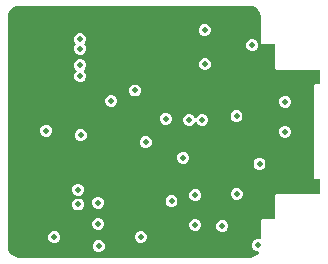
<source format=gbr>
G04*
G04 #@! TF.GenerationSoftware,Altium Limited,Altium Designer,24.7.2 (38)*
G04*
G04 Layer_Physical_Order=2*
G04 Layer_Color=15254943*
%FSLAX25Y25*%
%MOIN*%
G70*
G04*
G04 #@! TF.SameCoordinates,0AE953C0-7C88-47E9-B79E-664DAA7B62C1*
G04*
G04*
G04 #@! TF.FilePolarity,Positive*
G04*
G01*
G75*
%ADD68C,0.01968*%
G36*
X212578Y140404D02*
X213310Y140258D01*
X214000Y139972D01*
X214620Y139558D01*
X215148Y139030D01*
X215563Y138409D01*
X215849Y137720D01*
X215994Y136987D01*
X215994Y128150D01*
X216153Y127767D01*
X216535Y127609D01*
X220719D01*
Y119685D01*
X220877Y119302D01*
X221260Y119144D01*
X235679D01*
Y114255D01*
X234252D01*
X233869Y114096D01*
X233711Y113714D01*
Y83137D01*
X233869Y82754D01*
X234252Y82595D01*
X235679D01*
Y77706D01*
X221260D01*
X220877Y77548D01*
X220719Y77165D01*
Y69242D01*
X216535D01*
X216153Y69083D01*
X215994Y68701D01*
Y62800D01*
X215579Y62522D01*
X215355Y62614D01*
X214566D01*
X213837Y62312D01*
X213279Y61754D01*
X212976Y61025D01*
Y60235D01*
X213279Y59506D01*
X213837Y58948D01*
X214566Y58646D01*
X215098D01*
X215369Y58152D01*
X215148Y57820D01*
X214620Y57293D01*
X214000Y56878D01*
X213310Y56592D01*
X212578Y56447D01*
X212205Y56447D01*
X135433Y56447D01*
X135060Y56447D01*
X134328Y56592D01*
X133638Y56878D01*
X133017Y57293D01*
X132490Y57821D01*
X132075Y58441D01*
X131789Y59131D01*
X131643Y59863D01*
Y60236D01*
X131643Y136614D01*
Y136987D01*
X131789Y137720D01*
X132075Y138409D01*
X132490Y139030D01*
X133017Y139558D01*
X133638Y139972D01*
X134328Y140258D01*
X135060Y140404D01*
X135433Y140404D01*
X212205Y140404D01*
X212578Y140404D01*
D02*
G37*
%LPC*%
G36*
X197639Y134268D02*
X196849D01*
X196120Y133966D01*
X195562Y133407D01*
X195260Y132678D01*
Y131889D01*
X195562Y131159D01*
X196120Y130601D01*
X196849Y130299D01*
X197639D01*
X198368Y130601D01*
X198926Y131159D01*
X199228Y131889D01*
Y132678D01*
X198926Y133407D01*
X198368Y133966D01*
X197639Y134268D01*
D02*
G37*
G36*
X213480Y129219D02*
X212691D01*
X211962Y128917D01*
X211403Y128359D01*
X211101Y127630D01*
Y126840D01*
X211403Y126111D01*
X211962Y125553D01*
X212691Y125251D01*
X213480D01*
X214210Y125553D01*
X214768Y126111D01*
X215070Y126840D01*
Y127630D01*
X214768Y128359D01*
X214210Y128917D01*
X213480Y129219D01*
D02*
G37*
G36*
X156103Y131261D02*
X155314D01*
X154584Y130959D01*
X154026Y130401D01*
X153724Y129671D01*
Y128882D01*
X154026Y128153D01*
X154510Y127669D01*
X154098Y127258D01*
X153796Y126528D01*
Y125739D01*
X154098Y125010D01*
X154657Y124451D01*
X155386Y124149D01*
X156175D01*
X156904Y124451D01*
X157463Y125010D01*
X157765Y125739D01*
Y126528D01*
X157463Y127258D01*
X156979Y127741D01*
X157390Y128153D01*
X157692Y128882D01*
Y129671D01*
X157390Y130401D01*
X156832Y130959D01*
X156103Y131261D01*
D02*
G37*
G36*
X197753Y122850D02*
X196964D01*
X196234Y122548D01*
X195676Y121990D01*
X195374Y121261D01*
Y120472D01*
X195676Y119742D01*
X196234Y119184D01*
X196964Y118882D01*
X197753D01*
X198482Y119184D01*
X199040Y119742D01*
X199343Y120472D01*
Y121261D01*
X199040Y121990D01*
X198482Y122548D01*
X197753Y122850D01*
D02*
G37*
G36*
X156174Y122594D02*
X155385D01*
X154656Y122292D01*
X154097Y121734D01*
X153795Y121005D01*
Y120215D01*
X154097Y119486D01*
X154471Y119113D01*
X154603Y118794D01*
X154474Y118462D01*
X154104Y118093D01*
X153802Y117363D01*
Y116574D01*
X154104Y115845D01*
X154662Y115286D01*
X155392Y114984D01*
X156181D01*
X156910Y115286D01*
X157468Y115845D01*
X157771Y116574D01*
Y117363D01*
X157468Y118093D01*
X157095Y118466D01*
X156963Y118785D01*
X157092Y119116D01*
X157462Y119486D01*
X157764Y120215D01*
Y121005D01*
X157462Y121734D01*
X156904Y122292D01*
X156174Y122594D01*
D02*
G37*
G36*
X174410Y114173D02*
X173621D01*
X172892Y113871D01*
X172334Y113313D01*
X172031Y112584D01*
Y111794D01*
X172334Y111065D01*
X172892Y110507D01*
X173621Y110205D01*
X174410D01*
X175140Y110507D01*
X175698Y111065D01*
X176000Y111794D01*
Y112584D01*
X175698Y113313D01*
X175140Y113871D01*
X174410Y114173D01*
D02*
G37*
G36*
X166536Y110646D02*
X165747D01*
X165018Y110344D01*
X164460Y109785D01*
X164157Y109056D01*
Y108267D01*
X164460Y107537D01*
X165018Y106979D01*
X165747Y106677D01*
X166536D01*
X167266Y106979D01*
X167824Y107537D01*
X168126Y108267D01*
Y109056D01*
X167824Y109785D01*
X167266Y110344D01*
X166536Y110646D01*
D02*
G37*
G36*
X224568Y110409D02*
X223779D01*
X223049Y110107D01*
X222491Y109549D01*
X222189Y108820D01*
Y108030D01*
X222491Y107301D01*
X223049Y106743D01*
X223779Y106441D01*
X224568D01*
X225297Y106743D01*
X225855Y107301D01*
X226157Y108030D01*
Y108820D01*
X225855Y109549D01*
X225297Y110107D01*
X224568Y110409D01*
D02*
G37*
G36*
X196864Y104360D02*
X196074D01*
X195345Y104058D01*
X194787Y103500D01*
X194568Y102972D01*
X194027D01*
X193808Y103500D01*
X193250Y104058D01*
X192521Y104360D01*
X191731D01*
X191002Y104058D01*
X190444Y103500D01*
X190142Y102771D01*
Y101981D01*
X190444Y101252D01*
X191002Y100694D01*
X191731Y100392D01*
X192521D01*
X193250Y100694D01*
X193808Y101252D01*
X194027Y101780D01*
X194568D01*
X194787Y101252D01*
X195345Y100694D01*
X196074Y100392D01*
X196864D01*
X197593Y100694D01*
X198151Y101252D01*
X198453Y101981D01*
Y102771D01*
X198151Y103500D01*
X197593Y104058D01*
X196864Y104360D01*
D02*
G37*
G36*
X208269Y105528D02*
X207479D01*
X206750Y105226D01*
X206192Y104667D01*
X205890Y103938D01*
Y103149D01*
X206192Y102419D01*
X206750Y101861D01*
X207479Y101559D01*
X208269D01*
X208998Y101861D01*
X209556Y102419D01*
X209858Y103149D01*
Y103938D01*
X209556Y104667D01*
X208998Y105226D01*
X208269Y105528D01*
D02*
G37*
G36*
X184647Y104740D02*
X183857D01*
X183128Y104438D01*
X182570Y103880D01*
X182268Y103151D01*
Y102361D01*
X182570Y101632D01*
X183128Y101074D01*
X183857Y100772D01*
X184647D01*
X185376Y101074D01*
X185934Y101632D01*
X186236Y102361D01*
Y103151D01*
X185934Y103880D01*
X185376Y104438D01*
X184647Y104740D01*
D02*
G37*
G36*
X144883Y100803D02*
X144093D01*
X143364Y100501D01*
X142806Y99943D01*
X142503Y99214D01*
Y98424D01*
X142806Y97695D01*
X143364Y97137D01*
X144093Y96835D01*
X144883D01*
X145612Y97137D01*
X146170Y97695D01*
X146472Y98424D01*
Y99214D01*
X146170Y99943D01*
X145612Y100501D01*
X144883Y100803D01*
D02*
G37*
G36*
X224410Y100409D02*
X223621D01*
X222892Y100107D01*
X222334Y99549D01*
X222031Y98820D01*
Y98031D01*
X222334Y97301D01*
X222892Y96743D01*
X223621Y96441D01*
X224410D01*
X225140Y96743D01*
X225698Y97301D01*
X226000Y98031D01*
Y98820D01*
X225698Y99549D01*
X225140Y100107D01*
X224410Y100409D01*
D02*
G37*
G36*
X156309Y99199D02*
X155520D01*
X154791Y98897D01*
X154233Y98339D01*
X153930Y97610D01*
Y96820D01*
X154233Y96091D01*
X154791Y95533D01*
X155520Y95231D01*
X156309D01*
X157039Y95533D01*
X157597Y96091D01*
X157899Y96820D01*
Y97610D01*
X157597Y98339D01*
X157039Y98897D01*
X156309Y99199D01*
D02*
G37*
G36*
X177954Y96866D02*
X177164D01*
X176435Y96564D01*
X175877Y96006D01*
X175575Y95277D01*
Y94487D01*
X175877Y93758D01*
X176435Y93200D01*
X177164Y92898D01*
X177954D01*
X178683Y93200D01*
X179241Y93758D01*
X179543Y94487D01*
Y95277D01*
X179241Y96006D01*
X178683Y96564D01*
X177954Y96866D01*
D02*
G37*
G36*
X190565Y91765D02*
X189776D01*
X189046Y91463D01*
X188488Y90905D01*
X188186Y90176D01*
Y89386D01*
X188488Y88657D01*
X189046Y88099D01*
X189776Y87797D01*
X190565D01*
X191294Y88099D01*
X191852Y88657D01*
X192155Y89386D01*
Y90176D01*
X191852Y90905D01*
X191294Y91463D01*
X190565Y91765D01*
D02*
G37*
G36*
X215946Y89780D02*
X215157D01*
X214427Y89477D01*
X213869Y88919D01*
X213567Y88190D01*
Y87401D01*
X213869Y86671D01*
X214427Y86113D01*
X215157Y85811D01*
X215946D01*
X216675Y86113D01*
X217233Y86671D01*
X217535Y87401D01*
Y88190D01*
X217233Y88919D01*
X216675Y89477D01*
X215946Y89780D01*
D02*
G37*
G36*
X155513Y81118D02*
X154723D01*
X153994Y80816D01*
X153436Y80258D01*
X153134Y79528D01*
Y78739D01*
X153436Y78010D01*
X153994Y77452D01*
X154723Y77150D01*
X155513D01*
X156242Y77452D01*
X156800Y78010D01*
X157102Y78739D01*
Y79528D01*
X156800Y80258D01*
X156242Y80816D01*
X155513Y81118D01*
D02*
G37*
G36*
X208296Y79630D02*
X207507D01*
X206778Y79328D01*
X206219Y78770D01*
X205917Y78041D01*
Y77251D01*
X206219Y76522D01*
X206778Y75964D01*
X207507Y75662D01*
X208296D01*
X209026Y75964D01*
X209584Y76522D01*
X209886Y77251D01*
Y78041D01*
X209584Y78770D01*
X209026Y79328D01*
X208296Y79630D01*
D02*
G37*
G36*
X194544Y79204D02*
X193754D01*
X193025Y78902D01*
X192467Y78344D01*
X192165Y77614D01*
Y76825D01*
X192467Y76096D01*
X193025Y75538D01*
X193754Y75235D01*
X194544D01*
X195273Y75538D01*
X195831Y76096D01*
X196133Y76825D01*
Y77614D01*
X195831Y78344D01*
X195273Y78902D01*
X194544Y79204D01*
D02*
G37*
G36*
X186615Y77181D02*
X185826D01*
X185097Y76879D01*
X184538Y76321D01*
X184236Y75591D01*
Y74802D01*
X184538Y74073D01*
X185097Y73515D01*
X185826Y73213D01*
X186615D01*
X187345Y73515D01*
X187903Y74073D01*
X188205Y74802D01*
Y75591D01*
X187903Y76321D01*
X187345Y76879D01*
X186615Y77181D01*
D02*
G37*
G36*
X162206Y76787D02*
X161416D01*
X160687Y76485D01*
X160129Y75927D01*
X159827Y75198D01*
Y74409D01*
X160129Y73679D01*
X160687Y73121D01*
X161416Y72819D01*
X162206D01*
X162935Y73121D01*
X163493Y73679D01*
X163795Y74409D01*
Y75198D01*
X163493Y75927D01*
X162935Y76485D01*
X162206Y76787D01*
D02*
G37*
G36*
X155561Y76168D02*
X154771D01*
X154042Y75865D01*
X153484Y75307D01*
X153182Y74578D01*
Y73789D01*
X153484Y73059D01*
X154042Y72501D01*
X154771Y72199D01*
X155561D01*
X156290Y72501D01*
X156848Y73059D01*
X157150Y73789D01*
Y74578D01*
X156848Y75307D01*
X156290Y75865D01*
X155561Y76168D01*
D02*
G37*
G36*
X162206Y69701D02*
X161416D01*
X160687Y69399D01*
X160129Y68840D01*
X159827Y68111D01*
Y67322D01*
X160129Y66593D01*
X160687Y66034D01*
X161416Y65732D01*
X162206D01*
X162935Y66034D01*
X163493Y66593D01*
X163795Y67322D01*
Y68111D01*
X163493Y68840D01*
X162935Y69399D01*
X162206Y69701D01*
D02*
G37*
G36*
X194489Y69307D02*
X193700D01*
X192971Y69005D01*
X192412Y68447D01*
X192110Y67717D01*
Y66928D01*
X192412Y66199D01*
X192971Y65641D01*
X193700Y65339D01*
X194489D01*
X195219Y65641D01*
X195777Y66199D01*
X196079Y66928D01*
Y67717D01*
X195777Y68447D01*
X195219Y69005D01*
X194489Y69307D01*
D02*
G37*
G36*
X203544Y68913D02*
X202755D01*
X202026Y68611D01*
X201467Y68053D01*
X201165Y67324D01*
Y66534D01*
X201467Y65805D01*
X202026Y65247D01*
X202755Y64945D01*
X203544D01*
X204274Y65247D01*
X204832Y65805D01*
X205134Y66534D01*
Y67324D01*
X204832Y68053D01*
X204274Y68611D01*
X203544Y68913D01*
D02*
G37*
G36*
X176379Y65370D02*
X175590D01*
X174860Y65068D01*
X174302Y64510D01*
X174000Y63780D01*
Y62991D01*
X174302Y62262D01*
X174860Y61704D01*
X175590Y61402D01*
X176379D01*
X177108Y61704D01*
X177666Y62262D01*
X177969Y62991D01*
Y63780D01*
X177666Y64510D01*
X177108Y65068D01*
X176379Y65370D01*
D02*
G37*
G36*
X147564Y65191D02*
X146774D01*
X146045Y64889D01*
X145487Y64331D01*
X145185Y63601D01*
Y62812D01*
X145487Y62083D01*
X146045Y61524D01*
X146774Y61222D01*
X147564D01*
X148293Y61524D01*
X148851Y62083D01*
X149153Y62812D01*
Y63601D01*
X148851Y64331D01*
X148293Y64889D01*
X147564Y65191D01*
D02*
G37*
G36*
X162302Y62221D02*
X161513D01*
X160784Y61918D01*
X160226Y61360D01*
X159924Y60631D01*
Y59842D01*
X160226Y59112D01*
X160784Y58554D01*
X161513Y58252D01*
X162302D01*
X163032Y58554D01*
X163590Y59112D01*
X163892Y59842D01*
Y60631D01*
X163590Y61360D01*
X163032Y61918D01*
X162302Y62221D01*
D02*
G37*
%LPD*%
D68*
X155166Y74183D02*
D03*
X156640Y71440D02*
D03*
X155786Y116969D02*
D03*
X155780Y120610D02*
D03*
X170866Y65354D02*
D03*
X196469Y102376D02*
D03*
X192126D02*
D03*
X144488Y98819D02*
D03*
X214961Y60630D02*
D03*
X181728Y92314D02*
D03*
X177559Y94882D02*
D03*
X207902Y77646D02*
D03*
X214173Y77953D02*
D03*
X213167Y98425D02*
D03*
X153150Y60630D02*
D03*
X194095Y59842D02*
D03*
X163137Y112166D02*
D03*
X161811Y74803D02*
D03*
X155118Y79134D02*
D03*
X156286Y81959D02*
D03*
X155780Y126134D02*
D03*
X155708Y129277D02*
D03*
X218504Y108661D02*
D03*
X194149Y77220D02*
D03*
X186614Y70866D02*
D03*
X181496Y75984D02*
D03*
X147169Y63207D02*
D03*
X147621Y133159D02*
D03*
X136614Y123228D02*
D03*
X180315Y111811D02*
D03*
X174016Y112189D02*
D03*
X185827Y111811D02*
D03*
X166142Y108661D02*
D03*
X184252Y102756D02*
D03*
X190170Y89781D02*
D03*
X155915Y97215D02*
D03*
X161908Y60236D02*
D03*
X161811Y67716D02*
D03*
X173228Y80315D02*
D03*
X197358Y120866D02*
D03*
X136614Y75590D02*
D03*
X184646Y83465D02*
D03*
X169291Y113508D02*
D03*
X159055Y114961D02*
D03*
X155905Y133071D02*
D03*
X187795Y125870D02*
D03*
X205118Y126772D02*
D03*
X197244Y132283D02*
D03*
X170866Y61024D02*
D03*
X194095Y67323D02*
D03*
X203002Y113736D02*
D03*
X181102Y120472D02*
D03*
X159843Y81890D02*
D03*
X169685Y89764D02*
D03*
Y95669D02*
D03*
X182087Y132677D02*
D03*
X213086Y127235D02*
D03*
X207911Y89785D02*
D03*
X136614Y98819D02*
D03*
X178347Y74803D02*
D03*
X186221Y75197D02*
D03*
X136614Y85433D02*
D03*
X203150Y66929D02*
D03*
X175984Y63386D02*
D03*
X197659Y89657D02*
D03*
X170866Y69685D02*
D03*
X215551Y87795D02*
D03*
X202734Y94919D02*
D03*
X205118Y129921D02*
D03*
Y123622D02*
D03*
X177165Y84646D02*
D03*
X202734Y84667D02*
D03*
X202756Y89764D02*
D03*
X207874Y103543D02*
D03*
X224173Y108425D02*
D03*
X224016Y98425D02*
D03*
X223622Y112205D02*
D03*
X136614Y139370D02*
D03*
X155512Y138583D02*
D03*
X136614Y57874D02*
D03*
X150787Y66142D02*
D03*
X136614Y112992D02*
D03*
Y130315D02*
D03*
X214173Y137008D02*
D03*
X187795Y132283D02*
D03*
Y120472D02*
D03*
X136614Y68110D02*
D03*
X224016Y88583D02*
D03*
Y92520D02*
D03*
X166142Y126378D02*
D03*
M02*

</source>
